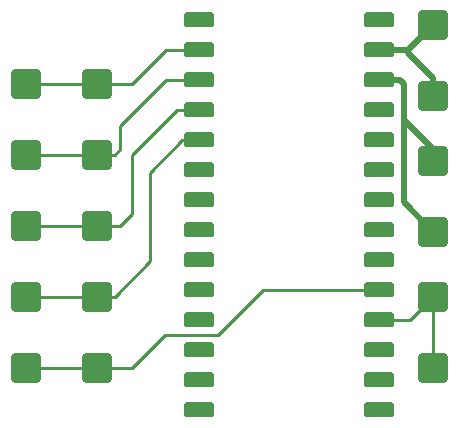
<source format=gtl>
G04 #@! TF.GenerationSoftware,KiCad,Pcbnew,9.0.0-9.0.0-2~ubuntu24.04.1*
G04 #@! TF.CreationDate,2025-04-02T19:49:26+02:00*
G04 #@! TF.ProjectId,Teensy_Interface,5465656e-7379-45f4-996e-746572666163,rev?*
G04 #@! TF.SameCoordinates,Original*
G04 #@! TF.FileFunction,Copper,L1,Top*
G04 #@! TF.FilePolarity,Positive*
%FSLAX46Y46*%
G04 Gerber Fmt 4.6, Leading zero omitted, Abs format (unit mm)*
G04 Created by KiCad (PCBNEW 9.0.0-9.0.0-2~ubuntu24.04.1) date 2025-04-02 19:49:26*
%MOMM*%
%LPD*%
G01*
G04 APERTURE LIST*
G04 Aperture macros list*
%AMRoundRect*
0 Rectangle with rounded corners*
0 $1 Rounding radius*
0 $2 $3 $4 $5 $6 $7 $8 $9 X,Y pos of 4 corners*
0 Add a 4 corners polygon primitive as box body*
4,1,4,$2,$3,$4,$5,$6,$7,$8,$9,$2,$3,0*
0 Add four circle primitives for the rounded corners*
1,1,$1+$1,$2,$3*
1,1,$1+$1,$4,$5*
1,1,$1+$1,$6,$7*
1,1,$1+$1,$8,$9*
0 Add four rect primitives between the rounded corners*
20,1,$1+$1,$2,$3,$4,$5,0*
20,1,$1+$1,$4,$5,$6,$7,0*
20,1,$1+$1,$6,$7,$8,$9,0*
20,1,$1+$1,$8,$9,$2,$3,0*%
G04 Aperture macros list end*
G04 #@! TA.AperFunction,ComponentPad*
%ADD10RoundRect,0.381000X0.889000X-0.889000X0.889000X0.889000X-0.889000X0.889000X-0.889000X-0.889000X0*%
G04 #@! TD*
G04 #@! TA.AperFunction,ComponentPad*
%ADD11RoundRect,0.190500X-1.079500X-0.444500X1.079500X-0.444500X1.079500X0.444500X-1.079500X0.444500X0*%
G04 #@! TD*
G04 #@! TA.AperFunction,ComponentPad*
%ADD12RoundRect,0.381000X-0.889000X-0.889000X0.889000X-0.889000X0.889000X0.889000X-0.889000X0.889000X0*%
G04 #@! TD*
G04 #@! TA.AperFunction,Conductor*
%ADD13C,0.500000*%
G04 #@! TD*
G04 #@! TA.AperFunction,Conductor*
%ADD14C,0.250000*%
G04 #@! TD*
G04 APERTURE END LIST*
D10*
X72000000Y-62500000D03*
X77994400Y-62500000D03*
D11*
X86657000Y-51090800D03*
X86657000Y-53630800D03*
X86657000Y-56170800D03*
X86657000Y-58710800D03*
X86657000Y-61250800D03*
X86657000Y-63790800D03*
X86657000Y-66330800D03*
X86657000Y-68870800D03*
X86657000Y-71410800D03*
X86657000Y-73950800D03*
X86657000Y-76490800D03*
X86657000Y-79030800D03*
X86657000Y-81570800D03*
X86657000Y-84110800D03*
X101897000Y-84110800D03*
X101897000Y-81570800D03*
X101897000Y-79030800D03*
X101897000Y-76490800D03*
X101897000Y-73950800D03*
X101897000Y-71410800D03*
X101897000Y-68870800D03*
X101897000Y-66330800D03*
X101897000Y-63790800D03*
X101897000Y-61250800D03*
X101897000Y-58710800D03*
X101897000Y-56170800D03*
X101897000Y-53630800D03*
X101897000Y-51090800D03*
D10*
X72005600Y-80500000D03*
X78000000Y-80500000D03*
X72000000Y-56500000D03*
X77994400Y-56500000D03*
D12*
X106500000Y-63005600D03*
X106500000Y-69000000D03*
D10*
X72005600Y-74500000D03*
X78000000Y-74500000D03*
D12*
X106500000Y-74505600D03*
X106500000Y-80500000D03*
D10*
X72000000Y-68500000D03*
X77994400Y-68500000D03*
D12*
X106500000Y-51505600D03*
X106500000Y-57500000D03*
D13*
X101897000Y-53630800D02*
X104374800Y-53630800D01*
X106500000Y-56000000D02*
X106500000Y-57500000D01*
X104374800Y-53874800D02*
X106500000Y-56000000D01*
X104374800Y-53630800D02*
X106500000Y-51505600D01*
X104374800Y-53630800D02*
X104374800Y-53874800D01*
D14*
X78000000Y-80500000D02*
X81000000Y-80500000D01*
X83750000Y-77750000D02*
X88250000Y-77750000D01*
X92049200Y-73950800D02*
X101897000Y-73950800D01*
X72005600Y-80500000D02*
X78000000Y-80500000D01*
X88250000Y-77750000D02*
X92049200Y-73950800D01*
X81000000Y-80500000D02*
X83750000Y-77750000D01*
X106500000Y-80500000D02*
X106500000Y-74505600D01*
X104514800Y-76490800D02*
X106500000Y-74505600D01*
X105429200Y-81570800D02*
X106500000Y-80500000D01*
X101897000Y-76490800D02*
X104514800Y-76490800D01*
X85249200Y-61250800D02*
X86657000Y-61250800D01*
X79500000Y-74500000D02*
X82500000Y-71500000D01*
X82500000Y-64000000D02*
X85249200Y-61250800D01*
X78000000Y-74500000D02*
X72005600Y-74500000D01*
X82500000Y-71500000D02*
X82500000Y-64000000D01*
X78000000Y-74500000D02*
X79500000Y-74500000D01*
X83869200Y-53630800D02*
X81000000Y-56500000D01*
X81000000Y-56500000D02*
X77994400Y-56500000D01*
X77994400Y-56500000D02*
X72000000Y-56500000D01*
X86657000Y-53630800D02*
X83869200Y-53630800D01*
X79500000Y-62500000D02*
X77994400Y-62500000D01*
X83829200Y-56170800D02*
X80000000Y-60000000D01*
X86657000Y-56170800D02*
X83829200Y-56170800D01*
X77994400Y-62500000D02*
X72000000Y-62500000D01*
X80000000Y-60000000D02*
X80000000Y-62000000D01*
X80000000Y-62000000D02*
X79500000Y-62500000D01*
D13*
X104000000Y-59500000D02*
X104000000Y-66500000D01*
X106500000Y-63005600D02*
X106500000Y-62000000D01*
X104000000Y-66500000D02*
X106500000Y-69000000D01*
X106500000Y-62000000D02*
X104000000Y-59500000D01*
X101897000Y-56170800D02*
X103670800Y-56170800D01*
X103670800Y-56170800D02*
X104000000Y-56500000D01*
X104000000Y-56500000D02*
X104000000Y-59500000D01*
D14*
X72000000Y-68500000D02*
X77994400Y-68500000D01*
X80000000Y-68500000D02*
X81000000Y-67500000D01*
X77994400Y-68500000D02*
X80000000Y-68500000D01*
X84789200Y-58710800D02*
X86657000Y-58710800D01*
X81000000Y-67500000D02*
X81000000Y-62500000D01*
X81000000Y-62500000D02*
X84789200Y-58710800D01*
M02*

</source>
